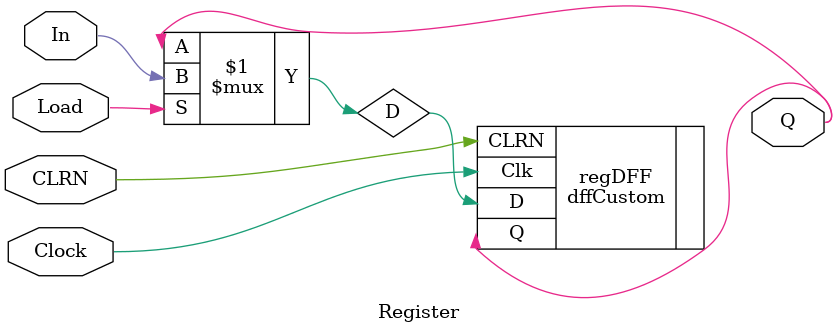
<source format=v>
`ifndef Register
	`define Register
`include "RegisterFile/dffCustom.v"
module Register(In, Load, Clock, CLRN, Q);
  input In;
  input Load;
  input Clock;
  input CLRN;
  output Q;
  
  
  assign D = Load ? In : Q;
  dffCustom regDFF (.D(D), .Clk(Clock), .CLRN(CLRN), .Q(Q));
  
endmodule

`endif

</source>
